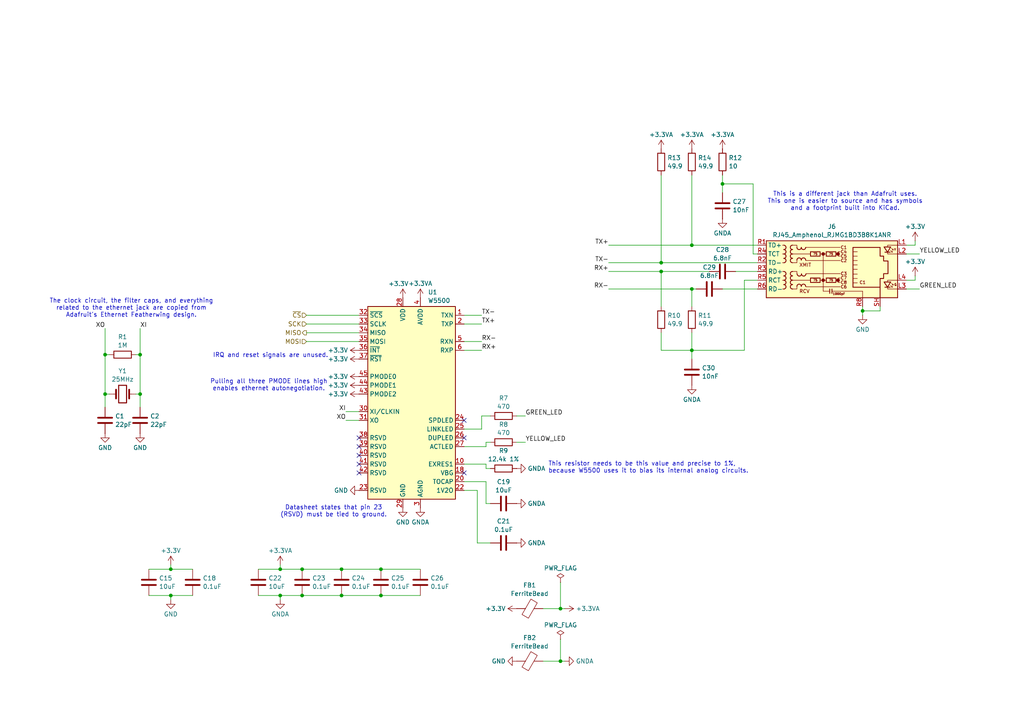
<source format=kicad_sch>
(kicad_sch (version 20231120) (generator "eeschema") (generator_version "8.0")
  (paper "A4")
  (title_block (title "Kinetoscope Ethernet Module"))
  (lib_symbols
    (symbol "Connector:RJ45_Amphenol_RJMG1BD3B8K1ANR"
      (property "Reference" "J" (at 18.415 10.16 0))
      (property "Value" "RJ45_Amphenol_RJMG1BD3B8K1ANR" (at -19.05 10.16 0))
      (symbol "RJ45_Amphenol_RJMG1BD3B8K1ANR_0_0"
        (circle (center -1.27 -2.54) (radius 0.0001) (stroke (width 0.508)))
        (circle (center -1.27 5.08) (radius 0.0001) (stroke (width 0.508)))
        (polyline (pts (xy -1.27 5.08) (xy -1.27 -5.715)))
        (polyline (pts (xy 0.635 -5.08) (xy 0.635 -6.35)) (stroke (width 0.254)))
        (polyline (pts (xy 1.27 -5.08) (xy 1.27 -6.35)) (stroke (width 0.254)))
        (polyline (pts (xy 3.048 -2.54) (xy 2.54 -2.54)))
        (polyline (pts (xy 3.048 5.08) (xy 2.54 5.08)))
        (polyline (pts (xy 17.399 -3.048) (xy 17.399 -2.54) (xy 20.32 -2.54)))
        (polyline (pts (xy 17.399 7.112) (xy 17.399 7.62) (xy 20.32 7.62)))
        (polyline (pts (xy 20.32 -5.08) (xy 17.399 -5.08) (xy 17.399 -4.572)))
        (polyline (pts (xy 20.32 5.08) (xy 17.399 5.08) (xy 17.399 5.588)))
        (polyline (pts (xy 3.683 -1.905) (xy 3.048 -1.905) (xy 3.048 -3.175) (xy 3.683 -3.175)))
        (polyline (pts (xy 3.683 5.715) (xy 3.048 5.715) (xy 3.048 4.445) (xy 3.683 4.445)))
        (circle (center 3.048 -2.54) (radius 0.0001) (stroke (width 0.508)))
        (circle (center 3.048 5.08) (radius 0.0001) (stroke (width 0.508)))
        (text "C1" (at 4.699 6.985 0) (effects (font (size 0.889 0.889))))
        (text "C1" (at 10.16 -3.175 0) (effects (font (size 0.889 0.889))))
        (text "C2" (at 4.699 3.175 0) (effects (font (size 0.889 0.889))))
        (text "C3" (at 4.699 -0.635 0) (effects (font (size 0.889 0.889))))
        (text "C4" (at 4.699 5.715 0) (effects (font (size 0.889 0.889))))
        (text "C5" (at 4.699 4.445 0) (effects (font (size 0.889 0.889))))
        (text "C6" (at 4.699 -4.445 0) (effects (font (size 0.889 0.889))))
        (text "C7" (at 4.699 -1.905 0) (effects (font (size 0.889 0.889))))
        (text "C8" (at 4.699 -3.175 0) (effects (font (size 0.889 0.889))))
        (text "RCV" (at -8.255 -5.715 0) (effects (font (size 1.016 1.016)) (justify left)))
        (text "XMIT" (at -8.255 1.905 0) (effects (font (size 1.016 1.016)) (justify left)))
      )
      (symbol "RJ45_Amphenol_RJMG1BD3B8K1ANR_0_1"
        (rectangle (start -17.78 8.89) (end 20.32 -7.62) (stroke (width 0.254)) (fill (type background)))
        (polyline (pts (xy -12.7 -5.08) (xy -13.081 -5.08)))
        (polyline (pts (xy -12.7 -2.54) (xy -13.081 -2.54)))
        (polyline (pts (xy -12.7 0) (xy -13.081 0)))
        (polyline (pts (xy -12.7 2.54) (xy -13.081 2.54)))
        (polyline (pts (xy -12.7 5.08) (xy -13.081 5.08)))
        (polyline (pts (xy -12.7 7.62) (xy -13.081 7.62)))
        (polyline (pts (xy -6.35 -4.445) (xy 3.683 -4.445)))
        (polyline (pts (xy -6.35 3.175) (xy 3.683 3.175)))
        (polyline (pts (xy -6.35 6.985) (xy 3.683 6.985)))
        (polyline (pts (xy -6.223 -0.635) (xy 3.683 -0.635)))
        (polyline (pts (xy -5.08 -2.54) (xy -10.16 -2.54)))
        (polyline (pts (xy -4.953 5.08) (xy -10.16 5.08)))
        (polyline (pts (xy -2.159 -2.54) (xy -0.381 -2.54)))
        (polyline (pts (xy -2.159 5.08) (xy -0.381 5.08)))
        (polyline (pts (xy 0.635 -5.715) (xy -1.27 -5.715)))
        (polyline (pts (xy 7.366 -2.032) (xy 8.636 -2.032)))
        (polyline (pts (xy 7.366 -0.762) (xy 8.636 -0.762)))
        (polyline (pts (xy 7.366 0.635) (xy 8.636 0.635)))
        (polyline (pts (xy 7.366 1.905) (xy 8.636 1.905)))
        (polyline (pts (xy 7.366 3.175) (xy 8.636 3.175)))
        (polyline (pts (xy 8.636 -3.302) (xy 7.366 -3.302)))
        (polyline (pts (xy 8.636 4.445) (xy 7.366 4.445)))
        (polyline (pts (xy 8.636 5.715) (xy 7.366 5.715)))
        (polyline (pts (xy 10.16 -5.715) (xy 1.27 -5.715)))
        (polyline (pts (xy 10.16 -5.715) (xy 10.16 -7.62)))
        (polyline (pts (xy -10.16 0) (xy -8.89 0) (xy -8.89 -0.635)))
        (polyline (pts (xy -10.16 7.62) (xy -8.89 7.62) (xy -8.89 6.985)))
        (polyline (pts (xy -8.89 -4.445) (xy -8.89 -5.08) (xy -10.16 -5.08)))
        (polyline (pts (xy -8.89 3.175) (xy -8.89 2.54) (xy -10.16 2.54)))
      )
      (symbol "RJ45_Amphenol_RJMG1BD3B8K1ANR_1_0"
        (text "1000pF" (at 3.302 -6.477 0) (effects (font (size 0.635 0.635))))
      )
      (symbol "RJ45_Amphenol_RJMG1BD3B8K1ANR_1_1"
        (arc (start -12.7 -1.27) (mid -12.0677 -0.635) (end -12.7 0) (stroke (width 0.254)))
        (arc (start -12.6973 -5.08) (mid -12.065 -4.445) (end -12.6973 -3.81) (stroke (width 0.254)))
        (arc (start -12.6973 -3.81) (mid -12.065 -3.175) (end -12.6973 -2.54) (stroke (width 0.254)))
        (arc (start -12.6973 -2.54) (mid -12.065 -1.905) (end -12.6973 -1.27) (stroke (width 0.254)))
        (arc (start -12.6973 6.35) (mid -12.065 6.985) (end -12.6973 7.62) (stroke (width 0.254)))
        (arc (start -12.6946 2.54) (mid -12.0623 3.175) (end -12.6946 3.81) (stroke (width 0.254)))
        (arc (start -12.6946 3.81) (mid -12.0623 4.445) (end -12.6946 5.08) (stroke (width 0.254)))
        (arc (start -12.6946 5.08) (mid -12.0623 5.715) (end -12.6946 6.35) (stroke (width 0.254)))
        (arc (start -10.1654 -2.54) (mid -10.7977 -3.175) (end -10.1654 -3.81) (stroke (width 0.254)))
        (arc (start -10.1654 -1.27) (mid -10.7977 -1.905) (end -10.1654 -2.54) (stroke (width 0.254)))
        (arc (start -10.1654 0) (mid -10.7977 -0.635) (end -10.1654 -1.27) (stroke (width 0.254)))
        (arc (start -10.1654 5.08) (mid -10.7977 4.445) (end -10.1654 3.81) (stroke (width 0.254)))
        (arc (start -10.1654 6.35) (mid -10.7977 5.715) (end -10.1654 5.08) (stroke (width 0.254)))
        (arc (start -10.1654 7.62) (mid -10.7977 6.985) (end -10.1654 6.35) (stroke (width 0.254)))
        (arc (start -10.1627 -3.81) (mid -10.795 -4.445) (end -10.1627 -5.08) (stroke (width 0.254)))
        (arc (start -10.1627 3.81) (mid -10.795 3.175) (end -10.1627 2.54) (stroke (width 0.254)))
        (arc (start -8.89 6.9823) (mid -8.255 6.35) (end -7.62 6.9823) (stroke (width 0.254)))
        (arc (start -8.8265 -0.7012) (mid -8.1915 -1.3335) (end -7.5565 -0.7012) (stroke (width 0.254)))
        (arc (start -7.62 -4.3153) (mid -8.255 -3.683) (end -8.89 -4.3153) (stroke (width 0.254)))
        (arc (start -7.62 3.3047) (mid -8.255 3.937) (end -8.89 3.3047) (stroke (width 0.254)))
        (arc (start -7.62 6.985) (mid -6.985 6.3527) (end -6.35 6.985) (stroke (width 0.254)))
        (arc (start -7.5565 -0.6985) (mid -6.9215 -1.3308) (end -6.2865 -0.6985) (stroke (width 0.254)))
        (arc (start -6.35 -4.3126) (mid -6.985 -3.6803) (end -7.62 -4.3126) (stroke (width 0.254)))
        (arc (start -6.35 3.3074) (mid -6.985 3.9397) (end -7.62 3.3074) (stroke (width 0.254)))
        (rectangle (start -4.953 -1.905) (end -2.159 -3.175) (stroke (width 0.254)))
        (rectangle (start -4.953 5.715) (end -2.159 4.445) (stroke (width 0.254)))
        (rectangle (start -0.381 -1.905) (end 2.413 -3.175) (stroke (width 0.254)))
        (rectangle (start -0.381 5.715) (end 2.413 4.445) (stroke (width 0.254)))
        (polyline (pts (xy 15.24 -7.62) (xy 15.24 -4.572)) (stroke (width 0.254)))
        (polyline (pts (xy 18.161 -4.572) (xy 16.637 -4.572)) (stroke (width 0.254)))
        (polyline (pts (xy 18.161 5.588) (xy 16.637 5.588)) (stroke (width 0.254)))
        (polyline (pts (xy 18.796 -4.572) (xy 18.796 -4.318)))
        (polyline (pts (xy 18.796 5.588) (xy 18.796 5.842)))
        (polyline (pts (xy 19.05 -3.937) (xy 19.05 -3.683)))
        (polyline (pts (xy 19.05 6.223) (xy 19.05 6.477)))
        (polyline (pts (xy 18.288 -4.064) (xy 18.796 -4.572) (xy 18.542 -4.572)))
        (polyline (pts (xy 18.288 6.096) (xy 18.796 5.588) (xy 18.542 5.588)))
        (polyline (pts (xy 18.542 -3.429) (xy 19.05 -3.937) (xy 18.796 -3.937)))
        (polyline (pts (xy 18.542 6.731) (xy 19.05 6.223) (xy 18.796 6.223)))
        (polyline (pts (xy 18.288 -3.048) (xy 16.383 -3.048) (xy 17.399 -4.572) (xy 18.288 -3.048)) (stroke (width 0.254)))
        (polyline (pts (xy 18.288 7.112) (xy 16.383 7.112) (xy 17.399 5.588) (xy 18.288 7.112)) (stroke (width 0.254)))
        (polyline (pts (xy 7.366 -4.572) (xy 7.366 6.985) (xy 15.24 6.985) (xy 15.24 4.445) (xy 16.256 4.445) (xy 16.256 3.048) (xy 17.526 3.048) (xy 17.526 -0.635) (xy 16.256 -0.635) (xy 16.256 -2.032) (xy 15.24 -2.032) (xy 15.24 -4.572) (xy 7.366 -4.572)) (stroke (width 0.254)))
        (text "75" (at -3.556 -2.54 0) (effects (font (size 0.635 0.635))))
        (text "75" (at -3.556 5.08 0) (effects (font (size 0.635 0.635))))
        (text "75" (at 1.016 -2.54 0) (effects (font (size 0.635 0.635))))
        (text "75" (at 1.016 5.08 0) (effects (font (size 0.635 0.635))))
        (text "G" (at 19.685 -3.81 0) (effects (font (size 0.635 0.635))))
        (text "Y" (at 19.558 6.35 0) (effects (font (size 0.635 0.635))))
        (pin passive line (at 22.86 7.62 180) (length 2.54) (name "") (number "L1"))
        (pin passive line (at 22.86 5.08 180) (length 2.54) (name "") (number "L2"))
        (pin passive line (at 22.86 -5.08 180) (length 2.54) (name "") (number "L3"))
        (pin passive line (at 22.86 -2.54 180) (length 2.54) (name "") (number "L4"))
        (pin passive line (at -20.32 7.62 0) (length 2.54) (name "TD+") (number "R1"))
        (pin passive line (at -20.32 2.54 0) (length 2.54) (name "TD-") (number "R2"))
        (pin passive line (at -20.32 0 0) (length 2.54) (name "RD+") (number "R3"))
        (pin passive line (at -20.32 5.08 0) (length 2.54) (name "TCT") (number "R4"))
        (pin passive line (at -20.32 -2.54 0) (length 2.54) (name "RCT") (number "R5"))
        (pin passive line (at -20.32 -5.08 0) (length 2.54) (name "RD-") (number "R6"))
        (pin no_connect line (at 20.32 0 0) (length 0) hide (name "NC") (number "R7"))
        (pin power_in line (at 10.16 -10.16 90) (length 2.54) (name "") (number "R8"))
        (pin passive line (at 15.24 -10.16 90) (length 2.54) (name "") (number "SH"))
      )
    )
    (symbol "Device:C" (pin_numbers hide) (pin_names (offset 0.254))
      (property "Reference" "C" (at 0.635 2.54 0))
      (property "Value" "C" (at 0.635 -2.54 0))
      (symbol "C_0_1"
        (polyline (pts (xy -2.032 -0.762) (xy 2.032 -0.762)) (stroke (width 0.508)))
        (polyline (pts (xy -2.032 0.762) (xy 2.032 0.762)) (stroke (width 0.508)))
      )
      (symbol "C_1_1"
        (pin passive line (at 0 3.81 270) (length 2.794) (name "~") (number "1"))
        (pin passive line (at 0 -3.81 90) (length 2.794) (name "~") (number "2"))
      )
    )
    (symbol "Device:Crystal" (pin_numbers hide) (pin_names (offset 1.016) hide)
      (property "Reference" "Y" (at 0 3.81 0))
      (property "Value" "Crystal" (at 0 -3.81 0))
      (symbol "Crystal_0_1"
        (rectangle (start -1.143 2.54) (end 1.143 -2.54) (stroke (width 0.3048)))
        (polyline (pts (xy -2.54 0) (xy -1.905 0)))
        (polyline (pts (xy -1.905 -1.27) (xy -1.905 1.27)) (stroke (width 0.508)))
        (polyline (pts (xy 1.905 -1.27) (xy 1.905 1.27)) (stroke (width 0.508)))
        (polyline (pts (xy 2.54 0) (xy 1.905 0)))
      )
      (symbol "Crystal_1_1"
        (pin passive line (at -3.81 0 0) (length 1.27) (name "1") (number "1"))
        (pin passive line (at 3.81 0 180) (length 1.27) (name "2") (number "2"))
      )
    )
    (symbol "Device:FerriteBead" (pin_numbers hide) (pin_names (offset 0))
      (property "Reference" "FB" (at -3.81 0.635 90))
      (property "Value" "FerriteBead" (at 3.81 0 90))
      (symbol "FerriteBead_0_1"
        (polyline (pts (xy 0 -1.27) (xy 0 -1.2192)))
        (polyline (pts (xy 0 1.27) (xy 0 1.2954)))
        (polyline (pts (xy -2.7686 0.4064) (xy -1.7018 2.2606) (xy 2.7686 -0.3048) (xy 1.6764 -2.159) (xy -2.7686 0.4064)))
      )
      (symbol "FerriteBead_1_1"
        (pin passive line (at 0 3.81 270) (length 2.54) (name "~") (number "1"))
        (pin passive line (at 0 -3.81 90) (length 2.54) (name "~") (number "2"))
      )
    )
    (symbol "Device:R" (pin_numbers hide) (pin_names (offset 0))
      (property "Reference" "R" (at 2.032 0 90))
      (property "Value" "R" (at 0 0 90))
      (symbol "R_0_1"
        (rectangle (start -1.016 -2.54) (end 1.016 2.54) (stroke (width 0.254)))
      )
      (symbol "R_1_1"
        (pin passive line (at 0 3.81 270) (length 1.27) (name "~") (number "1"))
        (pin passive line (at 0 -3.81 90) (length 1.27) (name "~") (number "2"))
      )
    )
    (symbol "Interface_Ethernet:W5500"
      (property "Reference" "U" (at -11.43 29.21 0))
      (property "Value" "W5500" (at 8.89 29.21 0))
      (symbol "W5500_0_1"
        (rectangle (start -12.7 27.94) (end 12.7 -27.94) (stroke (width 0.254)) (fill (type background)))
      )
      (symbol "W5500_1_1"
        (pin output line (at 15.24 25.4 180) (length 2.54) (name "TXN") (number "1"))
        (pin passive line (at 15.24 -17.78 180) (length 2.54) (name "EXRES1") (number "10"))
        (pin passive line (at 2.54 30.48 270) (length 2.54) hide (name "AVDD") (number "11"))
        (pin no_connect line (at 12.7 7.62 180) (length 2.54) hide (name "NC") (number "12"))
        (pin no_connect line (at 12.7 5.08 180) (length 2.54) hide (name "NC") (number "13"))
        (pin passive line (at 2.54 -30.48 90) (length 2.54) hide (name "AGND") (number "14"))
        (pin passive line (at 2.54 30.48 270) (length 2.54) hide (name "AVDD") (number "15"))
        (pin passive line (at 2.54 -30.48 90) (length 2.54) hide (name "AGND") (number "16"))
        (pin passive line (at 2.54 30.48 270) (length 2.54) hide (name "AVDD") (number "17"))
        (pin passive line (at 15.24 -20.32 180) (length 2.54) (name "VBG") (number "18"))
        (pin passive line (at 2.54 -30.48 90) (length 2.54) hide (name "AGND") (number "19"))
        (pin output line (at 15.24 22.86 180) (length 2.54) (name "TXP") (number "2"))
        (pin passive line (at 15.24 -22.86 180) (length 2.54) (name "TOCAP") (number "20"))
        (pin passive line (at 2.54 30.48 270) (length 2.54) hide (name "AVDD") (number "21"))
        (pin output line (at 15.24 -25.4 180) (length 2.54) (name "1V2O") (number "22"))
        (pin input line (at -15.24 -25.4 0) (length 2.54) (name "RSVD") (number "23"))
        (pin output line (at 15.24 -5.08 180) (length 2.54) (name "SPDLED") (number "24"))
        (pin output line (at 15.24 -7.62 180) (length 2.54) (name "LINKLED") (number "25"))
        (pin output line (at 15.24 -10.16 180) (length 2.54) (name "DUPLED") (number "26"))
        (pin output line (at 15.24 -12.7 180) (length 2.54) (name "ACTLED") (number "27"))
        (pin power_in line (at -2.54 30.48 270) (length 2.54) (name "VDD") (number "28"))
        (pin power_in line (at -2.54 -30.48 90) (length 2.54) (name "GND") (number "29"))
        (pin power_in line (at 2.54 -30.48 90) (length 2.54) (name "AGND") (number "3"))
        (pin input line (at -15.24 -2.54 0) (length 2.54) (name "XI/CLKIN") (number "30"))
        (pin output line (at -15.24 -5.08 0) (length 2.54) (name "XO") (number "31"))
        (pin input line (at -15.24 25.4 0) (length 2.54) (name "~{SCS}") (number "32"))
        (pin input line (at -15.24 22.86 0) (length 2.54) (name "SCLK") (number "33"))
        (pin output line (at -15.24 20.32 0) (length 2.54) (name "MISO") (number "34"))
        (pin input line (at -15.24 17.78 0) (length 2.54) (name "MOSI") (number "35"))
        (pin input line (at -15.24 15.24 0) (length 2.54) (name "~{INT}") (number "36"))
        (pin input line (at -15.24 12.7 0) (length 2.54) (name "~{RST}") (number "37"))
        (pin input line (at -15.24 -10.16 0) (length 2.54) (name "RSVD") (number "38"))
        (pin input line (at -15.24 -12.7 0) (length 2.54) (name "RSVD") (number "39"))
        (pin power_in line (at 2.54 30.48 270) (length 2.54) (name "AVDD") (number "4"))
        (pin input line (at -15.24 -15.24 0) (length 2.54) (name "RSVD") (number "40"))
        (pin input line (at -15.24 -17.78 0) (length 2.54) (name "RSVD") (number "41"))
        (pin input line (at -15.24 -20.32 0) (length 2.54) (name "RSVD") (number "42"))
        (pin input line (at -15.24 2.54 0) (length 2.54) (name "PMODE2") (number "43"))
        (pin input line (at -15.24 5.08 0) (length 2.54) (name "PMODE1") (number "44"))
        (pin input line (at -15.24 7.62 0) (length 2.54) (name "PMODE0") (number "45"))
        (pin no_connect line (at 12.7 2.54 180) (length 2.54) hide (name "NC") (number "46"))
        (pin no_connect line (at 12.7 0 180) (length 2.54) hide (name "NC") (number "47"))
        (pin passive line (at 2.54 -30.48 90) (length 2.54) hide (name "AGND") (number "48"))
        (pin input line (at 15.24 17.78 180) (length 2.54) (name "RXN") (number "5"))
        (pin input line (at 15.24 15.24 180) (length 2.54) (name "RXP") (number "6"))
        (pin no_connect line (at 12.7 10.16 180) (length 2.54) hide (name "DNC") (number "7"))
        (pin passive line (at 2.54 30.48 270) (length 2.54) hide (name "AVDD") (number "8"))
        (pin passive line (at 2.54 -30.48 90) (length 2.54) hide (name "AGND") (number "9"))
      )
    )
    (symbol "power:+3.3V" (power) (pin_numbers hide) (pin_names (offset 0) hide)
      (property "Value" "+3.3V" (at 0 3.556 0))
      (symbol "+3.3V_0_1"
        (polyline (pts (xy -0.762 1.27) (xy 0 2.54)))
        (polyline (pts (xy 0 0) (xy 0 2.54)))
        (polyline (pts (xy 0 2.54) (xy 0.762 1.27)))
      )
      (symbol "+3.3V_1_1"
        (pin power_in line (at 0 0 90) (length 0) (name "~") (number "1"))
      )
    )
    (symbol "power:+3.3VA" (power) (pin_numbers hide) (pin_names (offset 0) hide)
      (property "Value" "+3.3VA" (at 0 3.556 0))
      (symbol "+3.3VA_0_1"
        (polyline (pts (xy -0.762 1.27) (xy 0 2.54)))
        (polyline (pts (xy 0 0) (xy 0 2.54)))
        (polyline (pts (xy 0 2.54) (xy 0.762 1.27)))
      )
      (symbol "+3.3VA_1_1"
        (pin power_in line (at 0 0 90) (length 0) (name "~") (number "1"))
      )
    )
    (symbol "power:GND" (power) (pin_numbers hide) (pin_names (offset 0) hide)
      (property "Value" "GND" (at 0 -3.81 0))
      (symbol "GND_0_1"
        (polyline (pts (xy 0 0) (xy 0 -1.27) (xy 1.27 -1.27) (xy 0 -2.54) (xy -1.27 -1.27) (xy 0 -1.27)))
      )
      (symbol "GND_1_1"
        (pin power_in line (at 0 0 270) (length 0) (name "~") (number "1"))
      )
    )
    (symbol "power:GNDA" (power) (pin_numbers hide) (pin_names (offset 0) hide)
      (property "Value" "GNDA" (at 0 -3.81 0))
      (symbol "GNDA_0_1"
        (polyline (pts (xy 0 0) (xy 0 -1.27) (xy 1.27 -1.27) (xy 0 -2.54) (xy -1.27 -1.27) (xy 0 -1.27)))
      )
      (symbol "GNDA_1_1"
        (pin power_in line (at 0 0 270) (length 0) (name "~") (number "1"))
      )
    )
    (symbol "power:PWR_FLAG" (power) (pin_numbers hide) (pin_names (offset 0) hide)
      (property "Value" "PWR_FLAG" (at 0 3.81 0))
      (symbol "PWR_FLAG_0_0"
        (pin power_out line (at 0 0 90) (length 0) (name "~") (number "1"))
      )
      (symbol "PWR_FLAG_0_1"
        (polyline (pts (xy 0 0) (xy 0 1.27) (xy -1.016 1.905) (xy 0 2.54) (xy 1.016 1.905) (xy 0 1.27)))
      )
    )
  )
  (junction (at 162.56 176.53))
  (junction (at 40.64 114.3))
  (junction (at 162.56 191.77))
  (junction (at 110.49 165.1))
  (junction (at 200.66 83.82))
  (junction (at 209.55 53.34))
  (junction (at 81.28 165.1))
  (junction (at 99.06 172.72))
  (junction (at 30.48 114.3))
  (junction (at 250.19 90.17))
  (junction (at 99.06 165.1))
  (junction (at 87.63 172.72))
  (junction (at 110.49 172.72))
  (junction (at 200.66 101.6))
  (junction (at 49.53 165.1))
  (junction (at 200.66 71.12))
  (junction (at 49.53 172.72))
  (junction (at 87.63 165.1))
  (junction (at 191.77 78.74))
  (junction (at 40.64 102.87))
  (junction (at 81.28 172.72))
  (junction (at 191.77 76.2))
  (junction (at 30.48 102.87))
  (no_connect (at 134.62 121.92))
  (no_connect (at 104.14 127))
  (no_connect (at 134.62 137.16))
  (no_connect (at 104.14 137.16))
  (no_connect (at 104.14 129.54))
  (no_connect (at 104.14 132.08))
  (no_connect (at 104.14 134.62))
  (no_connect (at 134.62 127))
  (wire (pts (xy 138.43 157.48) (xy 142.24 157.48)))
  (wire (pts (xy 134.62 124.46) (xy 139.7 124.46)))
  (wire (pts (xy 49.53 163.83) (xy 49.53 165.1)))
  (wire (pts (xy 100.33 121.92) (xy 104.14 121.92)))
  (wire (pts (xy 100.33 119.38) (xy 104.14 119.38)))
  (wire (pts (xy 139.7 120.65) (xy 142.24 120.65)))
  (wire (pts (xy 140.97 139.7) (xy 140.97 146.05)))
  (wire (pts (xy 209.55 53.34) (xy 218.44 53.34)))
  (wire (pts (xy 163.83 191.77) (xy 162.56 191.77)))
  (wire (pts (xy 176.53 76.2) (xy 191.77 76.2)))
  (wire (pts (xy 88.9 93.98) (xy 104.14 93.98)))
  (wire (pts (xy 110.49 165.1) (xy 121.92 165.1)))
  (wire (pts (xy 162.56 176.53) (xy 157.48 176.53)))
  (wire (pts (xy 81.28 163.83) (xy 81.28 165.1)))
  (wire (pts (xy 140.97 129.54) (xy 134.62 129.54)))
  (wire (pts (xy 200.66 50.8) (xy 200.66 71.12)))
  (wire (pts (xy 88.9 96.52) (xy 104.14 96.52)))
  (wire (pts (xy 218.44 73.66) (xy 219.71 73.66)))
  (wire (pts (xy 81.28 172.72) (xy 87.63 172.72)))
  (wire (pts (xy 87.63 165.1) (xy 81.28 165.1)))
  (wire (pts (xy 162.56 191.77) (xy 157.48 191.77)))
  (wire (pts (xy 191.77 78.74) (xy 191.77 88.9)))
  (wire (pts (xy 250.19 90.17) (xy 255.27 90.17)))
  (wire (pts (xy 250.19 88.9) (xy 250.19 90.17)))
  (wire (pts (xy 88.9 99.06) (xy 104.14 99.06)))
  (wire (pts (xy 262.89 71.12) (xy 265.43 71.12)))
  (wire (pts (xy 149.86 128.27) (xy 152.4 128.27)))
  (wire (pts (xy 200.66 101.6) (xy 200.66 104.14)))
  (wire (pts (xy 200.66 101.6) (xy 200.66 96.52)))
  (wire (pts (xy 200.66 83.82) (xy 201.93 83.82)))
  (wire (pts (xy 265.43 71.12) (xy 265.43 69.85)))
  (wire (pts (xy 30.48 114.3) (xy 30.48 118.11)))
  (wire (pts (xy 134.62 99.06) (xy 139.7 99.06)))
  (wire (pts (xy 110.49 172.72) (xy 121.92 172.72)))
  (wire (pts (xy 134.62 134.62) (xy 140.97 134.62)))
  (wire (pts (xy 176.53 83.82) (xy 200.66 83.82)))
  (wire (pts (xy 39.37 102.87) (xy 40.64 102.87)))
  (wire (pts (xy 191.77 76.2) (xy 219.71 76.2)))
  (wire (pts (xy 138.43 142.24) (xy 134.62 142.24)))
  (wire (pts (xy 218.44 53.34) (xy 218.44 73.66)))
  (wire (pts (xy 140.97 128.27) (xy 140.97 129.54)))
  (wire (pts (xy 200.66 71.12) (xy 219.71 71.12)))
  (wire (pts (xy 140.97 128.27) (xy 142.24 128.27)))
  (wire (pts (xy 138.43 157.48) (xy 138.43 142.24)))
  (wire (pts (xy 134.62 101.6) (xy 139.7 101.6)))
  (wire (pts (xy 40.64 102.87) (xy 40.64 114.3)))
  (wire (pts (xy 265.43 81.28) (xy 265.43 80.01)))
  (wire (pts (xy 255.27 88.9) (xy 255.27 90.17)))
  (wire (pts (xy 262.89 83.82) (xy 266.7 83.82)))
  (wire (pts (xy 134.62 93.98) (xy 139.7 93.98)))
  (wire (pts (xy 176.53 78.74) (xy 191.77 78.74)))
  (wire (pts (xy 213.36 78.74) (xy 219.71 78.74)))
  (wire (pts (xy 219.71 81.28) (xy 215.9 81.28)))
  (wire (pts (xy 49.53 165.1) (xy 43.18 165.1)))
  (wire (pts (xy 191.77 50.8) (xy 191.77 76.2)))
  (wire (pts (xy 162.56 168.91) (xy 162.56 176.53)))
  (wire (pts (xy 40.64 114.3) (xy 40.64 118.11)))
  (wire (pts (xy 30.48 95.25) (xy 30.48 102.87)))
  (wire (pts (xy 191.77 78.74) (xy 205.74 78.74)))
  (wire (pts (xy 99.06 165.1) (xy 110.49 165.1)))
  (wire (pts (xy 30.48 102.87) (xy 30.48 114.3)))
  (wire (pts (xy 176.53 71.12) (xy 200.66 71.12)))
  (wire (pts (xy 87.63 165.1) (xy 99.06 165.1)))
  (wire (pts (xy 49.53 172.72) (xy 49.53 173.99)))
  (wire (pts (xy 162.56 185.42) (xy 162.56 191.77)))
  (wire (pts (xy 215.9 81.28) (xy 215.9 101.6)))
  (wire (pts (xy 140.97 135.89) (xy 142.24 135.89)))
  (wire (pts (xy 39.37 114.3) (xy 40.64 114.3)))
  (wire (pts (xy 163.83 176.53) (xy 162.56 176.53)))
  (wire (pts (xy 134.62 139.7) (xy 140.97 139.7)))
  (wire (pts (xy 262.89 73.66) (xy 266.7 73.66)))
  (wire (pts (xy 140.97 134.62) (xy 140.97 135.89)))
  (wire (pts (xy 134.62 91.44) (xy 139.7 91.44)))
  (wire (pts (xy 49.53 172.72) (xy 55.88 172.72)))
  (wire (pts (xy 55.88 165.1) (xy 49.53 165.1)))
  (wire (pts (xy 139.7 124.46) (xy 139.7 120.65)))
  (wire (pts (xy 209.55 53.34) (xy 209.55 55.88)))
  (wire (pts (xy 87.63 172.72) (xy 99.06 172.72)))
  (wire (pts (xy 191.77 101.6) (xy 200.66 101.6)))
  (wire (pts (xy 99.06 172.72) (xy 110.49 172.72)))
  (wire (pts (xy 40.64 95.25) (xy 40.64 102.87)))
  (wire (pts (xy 31.75 114.3) (xy 30.48 114.3)))
  (wire (pts (xy 43.18 172.72) (xy 49.53 172.72)))
  (wire (pts (xy 262.89 81.28) (xy 265.43 81.28)))
  (wire (pts (xy 81.28 165.1) (xy 74.93 165.1)))
  (wire (pts (xy 31.75 102.87) (xy 30.48 102.87)))
  (wire (pts (xy 191.77 96.52) (xy 191.77 101.6)))
  (wire (pts (xy 250.19 90.17) (xy 250.19 91.44)))
  (wire (pts (xy 209.55 50.8) (xy 209.55 53.34)))
  (wire (pts (xy 209.55 83.82) (xy 219.71 83.82)))
  (wire (pts (xy 88.9 91.44) (xy 104.14 91.44)))
  (wire (pts (xy 149.86 120.65) (xy 152.4 120.65)))
  (wire (pts (xy 74.93 172.72) (xy 81.28 172.72)))
  (wire (pts (xy 200.66 83.82) (xy 200.66 88.9)))
  (wire (pts (xy 81.28 172.72) (xy 81.28 173.99)))
  (wire (pts (xy 140.97 146.05) (xy 142.24 146.05)))
  (wire (pts (xy 200.66 101.6) (xy 215.9 101.6)))
  (text "The clock circuit, the filter caps, and everything\nrelated to the ethernet jack are copied from\nAdafruit's Ethernet Featherwing design." (at 38.1 89.408 0) (effects (font (size 1.27 1.27))))
  (text "This is a different jack than Adafruit uses.\nThis one is easier to source and has symbols\nand a footprint built into KiCad." (at 245.11 58.42 0) (effects (font (size 1.27 1.27))))
  (text "Datasheet states that pin 23\n(RSVD) must be tied to ground." (at 96.774 148.336 0) (effects (font (size 1.27 1.27))))
  (text "This resistor needs to be this value and precise to 1%,\nbecause W5500 uses it to bias its internal analog circuits." (at 159.004 135.636 0) (effects (font (size 1.27 1.27)) (justify left)))
  (text "Pulling all three PMODE lines high\nenables ethernet autonegotiation." (at 77.978 111.76 0) (effects (font (size 1.27 1.27))))
  (text "IRQ and reset signals are unused." (at 78.486 103.124 0) (effects (font (size 1.27 1.27))))
  (label "RX-" (at 176.53 83.82 180))
  (label "RX+" (at 139.7 101.6 0))
  (label "XI" (at 100.33 119.38 180))
  (label "GREEN_LED" (at 152.4 120.65 0))
  (label "RX+" (at 176.53 78.74 180))
  (label "XI" (at 40.64 95.25 0))
  (label "YELLOW_LED" (at 266.7 73.66 0))
  (label "YELLOW_LED" (at 152.4 128.27 0))
  (label "TX+" (at 176.53 71.12 180))
  (label "RX-" (at 139.7 99.06 0))
  (label "GREEN_LED" (at 266.7 83.82 0))
  (label "TX+" (at 139.7 93.98 0))
  (label "TX-" (at 176.53 76.2 180))
  (label "XO" (at 30.48 95.25 180))
  (label "XO" (at 100.33 121.92 180))
  (label "TX-" (at 139.7 91.44 0))
  (hierarchical_label "~{CS}" (shape input) (at 88.9 91.44 180))
  (hierarchical_label "MISO" (shape output) (at 88.9 96.52 180))
  (hierarchical_label "MOSI" (shape input) (at 88.9 99.06 180))
  (hierarchical_label "SCK" (shape input) (at 88.9 93.98 180))
  (symbol (lib_id "Device:R") (at 146.05 135.89 90) (unit 1)
    (property "Reference" "R9" (at 146.05 130.7295 90))
    (property "Value" "12.4k 1%" (at 146.05 133.1538 90))
    (property "Footprint" "Resistor_SMD:R_0201_0603Metric_Pad0.64x0.40mm_HandSolder" (effects (hide yes)))
    (property "Description" "Resistor" (effects (hide yes)))
    (property "JLCPCB Part Number" "C320679" (effects (hide yes)))
    (property "Mouser Part Number" "71-CRCW020112K4FNED" (effects (hide yes)))
    (property "Part Number" "RC-01W1242FT" (effects (hide yes)))
  )
  (symbol (lib_id "power:GND") (at 149.86 191.77 270) (unit 1)
    (property "Reference" "#PWR0108" (effects (hide yes)))
    (property "Value" "GND" (at 146.6851 191.77 90) (effects (justify right)))
    (property "Description" "Power symbol creates a global label with name \"GND\" , ground" (effects (hide yes)))
  )
  (symbol (lib_id "Connector:RJ45_Amphenol_RJMG1BD3B8K1ANR") (at 240.03 78.74 0) (unit 1)
    (property "Reference" "J6" (at 241.3 65.7055 0))
    (property "Value" "RJ45_Amphenol_RJMG1BD3B8K1ANR" (at 241.3 68.1298 0))
    (property "Footprint" "Connector_RJ:RJ45_Amphenol_RJMG1BD3B8K1ANR" (effects (hide yes)))
    (property "Datasheet" "https://jlcpcb.com/partdetail/AmphenolIcc-RJMG1BD3B8K1ANR/C5119251" (effects (hide yes)))
    (property "Description" "1 Port RJ45 Magjack Connector Through Hole 10/100 Base-T, AutoMDIX" (effects (hide yes)))
    (property "JLCPCB Part Number" "C5119251" (effects (hide yes)))
    (property "Mouser Part Number" "523-RJMG1BD3B8K1ANR" (effects (hide yes)))
    (property "Part Number" "RJMG1BD3B8K1ANR" (effects (hide yes)))
  )
  (symbol (lib_id "power:+3.3V") (at 49.53 163.83 0) (unit 1)
    (property "Reference" "#PWR098" (effects (hide yes)))
    (property "Value" "+3.3V" (at 49.53 159.6969 0))
    (property "Description" "Power symbol creates a global label with name \"+3.3V\"" (effects (hide yes)))
  )
  (symbol (lib_id "Device:R") (at 200.66 92.71 0) (unit 1)
    (property "Reference" "R11" (at 202.438 91.4978 0) (effects (justify left)))
    (property "Value" "49.9" (at 202.438 93.9221 0) (effects (justify left)))
    (property "Footprint" "Resistor_SMD:R_0603_1608Metric" (effects (hide yes)))
    (property "Description" "Resistor" (effects (hide yes)))
    (property "JLCPCB Part Number" "C23185" (effects (hide yes)))
    (property "Part Number" "0603WAF499JT5E" (effects (hide yes)))
    (property "Mouser Part Number" "303-0603WAF499JT5E" (effects (hide yes)))
  )
  (symbol (lib_id "power:+3.3V") (at 149.86 176.53 90) (unit 1)
    (property "Reference" "#PWR0106" (effects (hide yes)))
    (property "Value" "+3.3V" (at 146.685 176.53 90) (effects (justify left)))
    (property "Description" "Power symbol creates a global label with name \"+3.3V\"" (effects (hide yes)))
  )
  (symbol (lib_id "power:GND") (at 49.53 173.99 0) (unit 1)
    (property "Reference" "#PWR099" (effects (hide yes)))
    (property "Value" "GND" (at 49.53 178.1231 0))
    (property "Description" "Power symbol creates a global label with name \"GND\" , ground" (effects (hide yes)))
  )
  (symbol (lib_id "Device:C") (at 99.06 168.91 0) (unit 1)
    (property "Reference" "C24" (at 101.981 167.6978 0) (effects (justify left)))
    (property "Value" "0.1uF" (at 101.981 170.1221 0) (effects (justify left)))
    (property "Footprint" "Capacitor_SMD:C_0603_1608Metric" (effects (hide yes)))
    (property "Datasheet" "https://www.mouser.com/datasheet/2/447/UPY_GPHC_X7R_6_3V_to_250V_23-3084653.pdf" (effects (hide yes)))
    (property "Description" "Unpolarized capacitor" (effects (hide yes)))
    (property "JLCPCB Part Number" "C14663" (effects (hide yes)))
    (property "Mouser Part Number" "603-CC603KRX7R9BB104" (effects (hide yes)))
    (property "Part Number" "CC0603KRX7R9BB104" (effects (hide yes)))
  )
  (symbol (lib_id "Device:FerriteBead") (at 153.67 176.53 90) (unit 1)
    (property "Reference" "FB1" (at 153.6192 169.7439 90))
    (property "Value" "FerriteBead" (at 153.6192 172.1682 90))
    (property "Footprint" "Inductor_SMD:L_0603_1608Metric" (effects (hide yes)))
    (property "Datasheet" "https://product.tdk.com/system/files/dam/doc/product/emc/emc/beads/catalog/beads_commercial_signal_mmz1608_en.pdf?ref_disty=mouser" (effects (hide yes)))
    (property "Description" "Ferrite bead" (effects (hide yes)))
    (property "JLCPCB Part Number" "C275436" (effects (hide yes)))
    (property "Mouser Part Number" "810-MMZ1608B121CTAH0 " (effects (hide yes)))
    (property "Part Number" "MMZ1608B121CTAH0" (effects (hide yes)))
  )
  (symbol (lib_id "power:GND") (at 40.64 125.73 0) (unit 1)
    (property "Reference" "#PWR088" (effects (hide yes)))
    (property "Value" "GND" (at 40.64 129.8631 0))
    (property "Description" "Power symbol creates a global label with name \"GND\" , ground" (effects (hide yes)))
  )
  (symbol (lib_id "Device:C") (at 55.88 168.91 0) (unit 1)
    (property "Reference" "C18" (at 58.801 167.6978 0) (effects (justify left)))
    (property "Value" "0.1uF" (at 58.801 170.1221 0) (effects (justify left)))
    (property "Footprint" "Capacitor_SMD:C_0603_1608Metric" (effects (hide yes)))
    (property "Datasheet" "https://www.mouser.com/datasheet/2/447/UPY_GPHC_X7R_6_3V_to_250V_23-3084653.pdf" (effects (hide yes)))
    (property "Description" "Unpolarized capacitor" (effects (hide yes)))
    (property "JLCPCB Part Number" "C14663" (effects (hide yes)))
    (property "Mouser Part Number" "603-CC603KRX7R9BB104" (effects (hide yes)))
    (property "Part Number" "CC0603KRX7R9BB104" (effects (hide yes)))
  )
  (symbol (lib_id "power:+3.3VA") (at 191.77 43.18 0) (unit 1)
    (property "Reference" "#PWR0114" (effects (hide yes)))
    (property "Value" "+3.3VA" (at 191.77 39.0469 0))
    (property "Description" "Power symbol creates a global label with name \"+3.3VA\"" (effects (hide yes)))
  )
  (symbol (lib_id "Device:Crystal") (at 35.56 114.3 0) (unit 1)
    (property "Reference" "Y1" (at 35.56 107.5901 0))
    (property "Value" "25MHz" (at 35.56 110.0144 0))
    (property "Footprint" "Crystal:Crystal_SMD_0603-2Pin_6.0x3.5mm" (effects (hide yes)))
    (property "Description" "Two pin crystal" (effects (hide yes)))
    (property "JLCPCB Part Number" "C2449792" (effects (hide yes)))
    (property "Mouser Part Number" "520-250-18-23B-JTMT" (effects (hide yes)))
    (property "Part Number" "ECS-250-18-23B-JTM-TR" (effects (hide yes)))
  )
  (symbol (lib_id "Device:C") (at 87.63 168.91 0) (unit 1)
    (property "Reference" "C23" (at 90.551 167.6978 0) (effects (justify left)))
    (property "Value" "0.1uF" (at 90.551 170.1221 0) (effects (justify left)))
    (property "Footprint" "Capacitor_SMD:C_0603_1608Metric" (effects (hide yes)))
    (property "Datasheet" "https://www.mouser.com/datasheet/2/447/UPY_GPHC_X7R_6_3V_to_250V_23-3084653.pdf" (effects (hide yes)))
    (property "Description" "Unpolarized capacitor" (effects (hide yes)))
    (property "JLCPCB Part Number" "C14663" (effects (hide yes)))
    (property "Mouser Part Number" "603-CC603KRX7R9BB104" (effects (hide yes)))
    (property "Part Number" "CC0603KRX7R9BB104" (effects (hide yes)))
  )
  (symbol (lib_id "Device:C") (at 121.92 168.91 0) (unit 1)
    (property "Reference" "C26" (at 124.841 167.6978 0) (effects (justify left)))
    (property "Value" "0.1uF" (at 124.841 170.1221 0) (effects (justify left)))
    (property "Footprint" "Capacitor_SMD:C_0603_1608Metric" (effects (hide yes)))
    (property "Datasheet" "https://www.mouser.com/datasheet/2/447/UPY_GPHC_X7R_6_3V_to_250V_23-3084653.pdf" (effects (hide yes)))
    (property "Description" "Unpolarized capacitor" (effects (hide yes)))
    (property "JLCPCB Part Number" "C14663" (effects (hide yes)))
    (property "Mouser Part Number" "603-CC603KRX7R9BB104" (effects (hide yes)))
    (property "Part Number" "CC0603KRX7R9BB104" (effects (hide yes)))
  )
  (symbol (lib_id "power:GND") (at 116.84 147.32 0) (unit 1)
    (property "Reference" "#PWR089" (effects (hide yes)))
    (property "Value" "GND" (at 116.84 151.4531 0))
    (property "Description" "Power symbol creates a global label with name \"GND\" , ground" (effects (hide yes)))
  )
  (symbol (lib_id "power:GNDA") (at 200.66 111.76 0) (unit 1)
    (property "Reference" "#PWR0111" (effects (hide yes)))
    (property "Value" "GNDA" (at 200.66 115.8931 0))
    (property "Description" "Power symbol creates a global label with name \"GNDA\" , analog ground" (effects (hide yes)))
  )
  (symbol (lib_id "power:GNDA") (at 149.86 135.89 90) (unit 1)
    (property "Reference" "#PWR0101" (effects (hide yes)))
    (property "Value" "GNDA" (at 153.035 135.89 90) (effects (justify right)))
    (property "Description" "Power symbol creates a global label with name \"GNDA\" , analog ground" (effects (hide yes)))
  )
  (symbol (lib_id "Device:R") (at 35.56 102.87 90) (unit 1)
    (property "Reference" "R1" (at 35.56 97.7095 90))
    (property "Value" "1M" (at 35.56 100.1338 90))
    (property "Footprint" "Resistor_SMD:R_0603_1608Metric" (effects (hide yes)))
    (property "Description" "Resistor" (effects (hide yes)))
    (property "JLCPCB Part Number" "C22935" (effects (hide yes)))
    (property "Part Number" "0603WAF1004T5E" (effects (hide yes)))
    (property "Mouser Part Number" "303-0603WAF1004T5E" (effects (hide yes)))
  )
  (symbol (lib_id "Interface_Ethernet:W5500") (at 119.38 116.84 0) (unit 1)
    (property "Reference" "U1" (at 124.1141 84.7555 0) (effects (justify left)))
    (property "Value" "W5500" (at 124.1141 87.1798 0) (effects (justify left)))
    (property "Footprint" "Package_QFP:LQFP-48_7x7mm_P0.5mm" (effects (hide yes)))
    (property "Datasheet" "http://wizwiki.net/wiki/lib/exe/fetch.php/products:w5500:w5500_ds_v109e.pdf" (effects (hide yes)))
    (property "Description" "10/100Mb SPI Ethernet controller with TCP/IP stack, LQFP-48" (effects (hide yes)))
    (property "JLCPCB Part Number" "C32843" (effects (hide yes)))
    (property "Mouser Part Number" "950-W5500" (effects (hide yes)))
    (property "Part Number" "W5500" (effects (hide yes)))
  )
  (symbol (lib_id "power:GNDA") (at 209.55 63.5 0) (unit 1)
    (property "Reference" "#PWR0112" (effects (hide yes)))
    (property "Value" "GNDA" (at 209.55 67.6331 0))
    (property "Description" "Power symbol creates a global label with name \"GNDA\" , analog ground" (effects (hide yes)))
  )
  (symbol (lib_id "power:+3.3VA") (at 81.28 163.83 0) (unit 1)
    (property "Reference" "#PWR0104" (effects (hide yes)))
    (property "Value" "+3.3VA" (at 81.28 159.6969 0))
    (property "Description" "Power symbol creates a global label with name \"+3.3VA\"" (effects (hide yes)))
  )
  (symbol (lib_id "Device:C") (at 146.05 157.48 90) (unit 1)
    (property "Reference" "C21" (at 146.05 151.1765 90))
    (property "Value" "0.1uF" (at 146.05 153.6008 90))
    (property "Footprint" "Capacitor_SMD:C_0603_1608Metric" (effects (hide yes)))
    (property "Datasheet" "https://www.mouser.com/datasheet/2/447/UPY_GPHC_X7R_6_3V_to_250V_23-3084653.pdf" (effects (hide yes)))
    (property "Description" "Unpolarized capacitor" (effects (hide yes)))
    (property "JLCPCB Part Number" "C14663" (effects (hide yes)))
    (property "Mouser Part Number" "603-CC603KRX7R9BB104" (effects (hide yes)))
    (property "Part Number" "CC0603KRX7R9BB104" (effects (hide yes)))
  )
  (symbol (lib_id "power:+3.3V") (at 265.43 80.01 0) (unit 1)
    (property "Reference" "#PWR0116" (effects (hide yes)))
    (property "Value" "+3.3V" (at 265.43 75.8769 0))
    (property "Description" "Power symbol creates a global label with name \"+3.3V\"" (effects (hide yes)))
  )
  (symbol (lib_id "power:GND") (at 30.48 125.73 0) (unit 1)
    (property "Reference" "#PWR087" (effects (hide yes)))
    (property "Value" "GND" (at 30.48 129.8631 0))
    (property "Description" "Power symbol creates a global label with name \"GND\" , ground" (effects (hide yes)))
  )
  (symbol (lib_id "Device:C") (at 110.49 168.91 0) (unit 1)
    (property "Reference" "C25" (at 113.411 167.6978 0) (effects (justify left)))
    (property "Value" "0.1uF" (at 113.411 170.1221 0) (effects (justify left)))
    (property "Footprint" "Capacitor_SMD:C_0603_1608Metric" (effects (hide yes)))
    (property "Datasheet" "https://www.mouser.com/datasheet/2/447/UPY_GPHC_X7R_6_3V_to_250V_23-3084653.pdf" (effects (hide yes)))
    (property "Description" "Unpolarized capacitor" (effects (hide yes)))
    (property "JLCPCB Part Number" "C14663" (effects (hide yes)))
    (property "Mouser Part Number" "603-CC603KRX7R9BB104" (effects (hide yes)))
    (property "Part Number" "CC0603KRX7R9BB104" (effects (hide yes)))
  )
  (symbol (lib_id "power:+3.3VA") (at 209.55 43.18 0) (unit 1)
    (property "Reference" "#PWR0109" (effects (hide yes)))
    (property "Value" "+3.3VA" (at 209.55 39.0469 0))
    (property "Description" "Power symbol creates a global label with name \"+3.3VA\"" (effects (hide yes)))
  )
  (symbol (lib_id "Device:R") (at 146.05 128.27 90) (unit 1)
    (property "Reference" "R8" (at 146.05 123.1095 90))
    (property "Value" "470" (at 146.05 125.5338 90))
    (property "Footprint" "Resistor_SMD:R_0603_1608Metric" (effects (hide yes)))
    (property "Datasheet" "https://wmsc.lcsc.com/wmsc/upload/file/pdf/v2/lcsc/2206010116_UNI-ROYAL-Uniroyal-Elec-0603WAF4703T5E_C23178.pdf" (effects (hide yes)))
    (property "Description" "Resistor" (effects (hide yes)))
    (property "JLCPCB Part Number" "C23179" (effects (hide yes)))
    (property "Mouser Part Number" "303-0603WAF4700T5E" (effects (hide yes)))
    (property "Part Number" "0603WAF4700T5E" (effects (hide yes)))
  )
  (symbol (lib_id "Device:R") (at 209.55 46.99 0) (unit 1)
    (property "Reference" "R12" (at 211.328 45.7778 0) (effects (justify left)))
    (property "Value" "10" (at 211.328 48.2021 0) (effects (justify left)))
    (property "Footprint" "Resistor_SMD:R_0603_1608Metric" (effects (hide yes)))
    (property "Description" "Resistor" (effects (hide yes)))
    (property "JLCPCB Part Number" "C22859" (effects (hide yes)))
    (property "Part Number" "0603WAF100JT5E" (effects (hide yes)))
    (property "Mouser Part Number" "303-0603WAF100JT5E" (effects (hide yes)))
  )
  (symbol (lib_id "power:+3.3VA") (at 200.66 43.18 0) (unit 1)
    (property "Reference" "#PWR0113" (effects (hide yes)))
    (property "Value" "+3.3VA" (at 200.66 39.0469 0))
    (property "Description" "Power symbol creates a global label with name \"+3.3VA\"" (effects (hide yes)))
  )
  (symbol (lib_id "Device:C") (at 74.93 168.91 0) (unit 1)
    (property "Reference" "C22" (at 77.851 167.6978 0) (effects (justify left)))
    (property "Value" "10uF" (at 77.851 170.1221 0) (effects (justify left)))
    (property "Footprint" "Capacitor_SMD:C_0603_1608Metric" (effects (hide yes)))
    (property "Datasheet" "https://www.mouser.com/datasheet/2/585/MLCC-1837944.pdf" (effects (hide yes)))
    (property "Description" "Unpolarized capacitor" (effects (hide yes)))
    (property "JLCPCB Part Number" "C19702" (effects (hide yes)))
    (property "Mouser Part Number" "187-CL10A106KP8NNNC" (effects (hide yes)))
    (property "Part Number" "CL10A106KP8NNNC" (effects (hide yes)))
  )
  (symbol (lib_id "Device:C") (at 209.55 59.69 0) (unit 1)
    (property "Reference" "C27" (at 212.471 58.4778 0) (effects (justify left)))
    (property "Value" "10nF" (at 212.471 60.9021 0) (effects (justify left)))
    (property "Footprint" "Capacitor_SMD:C_0603_1608Metric" (effects (hide yes)))
    (property "Datasheet" "https://wmsc.lcsc.com/wmsc/upload/file/pdf/v2/lcsc/2304140030_FH--Guangdong-Fenghua-Advanced-Tech-0603B103K500NT_C57112.pdf" (effects (hide yes)))
    (property "Description" "Unpolarized capacitor" (effects (hide yes)))
    (property "JLCPCB Part Number" "C57112" (effects (hide yes)))
    (property "Mouser Part Number" "843-0603B103K500NT" (effects (hide yes)))
    (property "Part Number" "0603B103K500NT" (effects (hide yes)))
  )
  (symbol (lib_id "power:+3.3V") (at 104.14 114.3 90) (unit 1)
    (property "Reference" "#PWR096" (effects (hide yes)))
    (property "Value" "+3.3V" (at 100.965 114.3 90) (effects (justify left)))
    (property "Description" "Power symbol creates a global label with name \"+3.3V\"" (effects (hide yes)))
  )
  (symbol (lib_id "power:+3.3V") (at 116.84 86.36 0) (unit 1)
    (property "Reference" "#PWR091" (effects (hide yes)))
    (property "Value" "+3.3V" (at 115.57 82.296 0))
    (property "Description" "Power symbol creates a global label with name \"+3.3V\"" (effects (hide yes)))
  )
  (symbol (lib_id "power:GND") (at 250.19 91.44 0) (unit 1)
    (property "Reference" "#PWR0110" (effects (hide yes)))
    (property "Value" "GND" (at 250.19 95.5731 0))
    (property "Description" "Power symbol creates a global label with name \"GND\" , ground" (effects (hide yes)))
  )
  (symbol (lib_id "power:PWR_FLAG") (at 162.56 168.91 0) (unit 1)
    (property "Reference" "#FLG05" (effects (hide yes)))
    (property "Value" "PWR_FLAG" (at 162.56 164.7769 0))
    (property "Description" "Special symbol for telling ERC where power comes from" (effects (hide yes)))
  )
  (symbol (lib_id "Device:R") (at 200.66 46.99 0) (unit 1)
    (property "Reference" "R14" (at 202.438 45.7778 0) (effects (justify left)))
    (property "Value" "49.9" (at 202.438 48.2021 0) (effects (justify left)))
    (property "Footprint" "Resistor_SMD:R_0603_1608Metric" (effects (hide yes)))
    (property "Description" "Resistor" (effects (hide yes)))
    (property "JLCPCB Part Number" "C23185" (effects (hide yes)))
    (property "Part Number" "0603WAF499JT5E" (effects (hide yes)))
    (property "Mouser Part Number" "303-0603WAF499JT5E" (effects (hide yes)))
  )
  (symbol (lib_id "power:+3.3V") (at 265.43 69.85 0) (unit 1)
    (property "Reference" "#PWR0115" (effects (hide yes)))
    (property "Value" "+3.3V" (at 265.43 65.7169 0))
    (property "Description" "Power symbol creates a global label with name \"+3.3V\"" (effects (hide yes)))
  )
  (symbol (lib_id "power:GNDA") (at 149.86 146.05 90) (unit 1)
    (property "Reference" "#PWR0102" (effects (hide yes)))
    (property "Value" "GNDA" (at 153.035 146.05 90) (effects (justify right)))
    (property "Description" "Power symbol creates a global label with name \"GNDA\" , analog ground" (effects (hide yes)))
  )
  (symbol (lib_id "Device:FerriteBead") (at 153.67 191.77 90) (unit 1)
    (property "Reference" "FB2" (at 153.6192 184.9839 90))
    (property "Value" "FerriteBead" (at 153.6192 187.4082 90))
    (property "Footprint" "Inductor_SMD:L_0603_1608Metric" (effects (hide yes)))
    (property "Datasheet" "https://product.tdk.com/system/files/dam/doc/product/emc/emc/beads/catalog/beads_commercial_signal_mmz1608_en.pdf?ref_disty=mouser" (effects (hide yes)))
    (property "Description" "Ferrite bead" (effects (hide yes)))
    (property "JLCPCB Part Number" "C275436" (effects (hide yes)))
    (property "Mouser Part Number" "810-MMZ1608B121CTAH0 " (effects (hide yes)))
    (property "Part Number" "MMZ1608B121CTAH0" (effects (hide yes)))
  )
  (symbol (lib_id "Device:C") (at 43.18 168.91 0) (unit 1)
    (property "Reference" "C15" (at 46.101 167.6978 0) (effects (justify left)))
    (property "Value" "10uF" (at 46.101 170.1221 0) (effects (justify left)))
    (property "Footprint" "Capacitor_SMD:C_0603_1608Metric" (effects (hide yes)))
    (property "Datasheet" "https://www.mouser.com/datasheet/2/585/MLCC-1837944.pdf" (effects (hide yes)))
    (property "Description" "Unpolarized capacitor" (effects (hide yes)))
    (property "JLCPCB Part Number" "C19702" (effects (hide yes)))
    (property "Mouser Part Number" "187-CL10A106KP8NNNC" (effects (hide yes)))
    (property "Part Number" "CL10A106KP8NNNC" (effects (hide yes)))
  )
  (symbol (lib_id "Device:C") (at 146.05 146.05 90) (unit 1)
    (property "Reference" "C19" (at 146.05 139.7465 90))
    (property "Value" "10uF" (at 146.05 142.1708 90))
    (property "Footprint" "Capacitor_SMD:C_0603_1608Metric" (effects (hide yes)))
    (property "Datasheet" "https://www.mouser.com/datasheet/2/585/MLCC-1837944.pdf" (effects (hide yes)))
    (property "Description" "Unpolarized capacitor" (effects (hide yes)))
    (property "JLCPCB Part Number" "C19702" (effects (hide yes)))
    (property "Mouser Part Number" "187-CL10A106KP8NNNC" (effects (hide yes)))
    (property "Part Number" "CL10A106KP8NNNC" (effects (hide yes)))
  )
  (symbol (lib_id "power:+3.3V") (at 104.14 104.14 90) (unit 1)
    (property "Reference" "#PWR086" (effects (hide yes)))
    (property "Value" "+3.3V" (at 100.965 104.14 90) (effects (justify left)))
    (property "Description" "Power symbol creates a global label with name \"+3.3V\"" (effects (hide yes)))
  )
  (symbol (lib_id "Device:R") (at 191.77 92.71 0) (unit 1)
    (property "Reference" "R10" (at 193.548 91.4978 0) (effects (justify left)))
    (property "Value" "49.9" (at 193.548 93.9221 0) (effects (justify left)))
    (property "Footprint" "Resistor_SMD:R_0603_1608Metric" (effects (hide yes)))
    (property "Description" "Resistor" (effects (hide yes)))
    (property "JLCPCB Part Number" "C23185" (effects (hide yes)))
    (property "Part Number" "0603WAF499JT5E" (effects (hide yes)))
    (property "Mouser Part Number" "303-0603WAF499JT5E" (effects (hide yes)))
  )
  (symbol (lib_id "power:GNDA") (at 149.86 157.48 90) (unit 1)
    (property "Reference" "#PWR0103" (effects (hide yes)))
    (property "Value" "GNDA" (at 153.035 157.48 90) (effects (justify right)))
    (property "Description" "Power symbol creates a global label with name \"GNDA\" , analog ground" (effects (hide yes)))
  )
  (symbol (lib_id "power:GNDA") (at 121.92 147.32 0) (unit 1)
    (property "Reference" "#PWR090" (effects (hide yes)))
    (property "Value" "GNDA" (at 121.92 151.4531 0))
    (property "Description" "Power symbol creates a global label with name \"GNDA\" , analog ground" (effects (hide yes)))
  )
  (symbol (lib_id "Device:C") (at 30.48 121.92 0) (unit 1)
    (property "Reference" "C1" (at 33.401 120.7078 0) (effects (justify left)))
    (property "Value" "22pF" (at 33.401 123.1321 0) (effects (justify left)))
    (property "Footprint" "Capacitor_SMD:C_0603_1608Metric" (effects (hide yes)))
    (property "Datasheet" "https://www.mouser.com/datasheet/2/585/MLCC-1837944.pdf" (effects (hide yes)))
    (property "Description" "Unpolarized capacitor" (effects (hide yes)))
    (property "JLCPCB Part Number" "C1653" (effects (hide yes)))
    (property "Mouser Part Number" "187-CL10C220JB8NNNC" (effects (hide yes)))
    (property "Part Number" "CL10C220JB8NNNC" (effects (hide yes)))
  )
  (symbol (lib_id "Device:C") (at 205.74 83.82 90) (unit 1)
    (property "Reference" "C29" (at 205.74 77.5165 90))
    (property "Value" "6.8nF" (at 205.74 79.9408 90))
    (property "Footprint" "Capacitor_SMD:C_0603_1608Metric" (effects (hide yes)))
    (property "Datasheet" "https://wmsc.lcsc.com/wmsc/upload/file/pdf/v2/lcsc/2304140030_FH--Guangdong-Fenghua-Advanced-Tech-0603B682K500NT_C1631.pdf" (effects (hide yes)))
    (property "Description" "Unpolarized capacitor" (effects (hide yes)))
    (property "JLCPCB Part Number" "C1631" (effects (hide yes)))
    (property "Mouser Part Number" "791-0603B682K500CT" (effects (hide yes)))
    (property "Part Number" "0603B682K500NT" (effects (hide yes)))
  )
  (symbol (lib_id "power:GND") (at 104.14 142.24 270) (unit 1)
    (property "Reference" "#PWR093" (effects (hide yes)))
    (property "Value" "GND" (at 100.9651 142.24 90) (effects (justify right)))
    (property "Description" "Power symbol creates a global label with name \"GND\" , ground" (effects (hide yes)))
  )
  (symbol (lib_id "power:GNDA") (at 81.28 173.99 0) (unit 1)
    (property "Reference" "#PWR0100" (effects (hide yes)))
    (property "Value" "GNDA" (at 81.28 178.1231 0))
    (property "Description" "Power symbol creates a global label with name \"GNDA\" , analog ground" (effects (hide yes)))
  )
  (symbol (lib_id "power:+3.3VA") (at 121.92 86.36 0) (unit 1)
    (property "Reference" "#PWR092" (effects (hide yes)))
    (property "Value" "+3.3VA" (at 121.92 82.2269 0))
    (property "Description" "Power symbol creates a global label with name \"+3.3VA\"" (effects (hide yes)))
  )
  (symbol (lib_id "Device:R") (at 191.77 46.99 0) (unit 1)
    (property "Reference" "R13" (at 193.548 45.7778 0) (effects (justify left)))
    (property "Value" "49.9" (at 193.548 48.2021 0) (effects (justify left)))
    (property "Footprint" "Resistor_SMD:R_0603_1608Metric" (effects (hide yes)))
    (property "Description" "Resistor" (effects (hide yes)))
    (property "JLCPCB Part Number" "C23185" (effects (hide yes)))
    (property "Part Number" "0603WAF499JT5E" (effects (hide yes)))
    (property "Mouser Part Number" "303-0603WAF499JT5E" (effects (hide yes)))
  )
  (symbol (lib_id "power:GNDA") (at 163.83 191.77 90) (unit 1)
    (property "Reference" "#PWR0107" (effects (hide yes)))
    (property "Value" "GNDA" (at 167.005 191.77 90) (effects (justify right)))
    (property "Description" "Power symbol creates a global label with name \"GNDA\" , analog ground" (effects (hide yes)))
  )
  (symbol (lib_id "power:+3.3V") (at 104.14 101.6 90) (unit 1)
    (property "Reference" "#PWR097" (effects (hide yes)))
    (property "Value" "+3.3V" (at 100.965 101.6 90) (effects (justify left)))
    (property "Description" "Power symbol creates a global label with name \"+3.3V\"" (effects (hide yes)))
  )
  (symbol (lib_id "Device:C") (at 200.66 107.95 0) (unit 1)
    (property "Reference" "C30" (at 203.581 106.7378 0) (effects (justify left)))
    (property "Value" "10nF" (at 203.581 109.1621 0) (effects (justify left)))
    (property "Footprint" "Capacitor_SMD:C_0603_1608Metric" (effects (hide yes)))
    (property "Datasheet" "https://wmsc.lcsc.com/wmsc/upload/file/pdf/v2/lcsc/2304140030_FH--Guangdong-Fenghua-Advanced-Tech-0603B103K500NT_C57112.pdf" (effects (hide yes)))
    (property "Description" "Unpolarized capacitor" (effects (hide yes)))
    (property "JLCPCB Part Number" "C57112" (effects (hide yes)))
    (property "Mouser Part Number" "843-0603B103K500NT" (effects (hide yes)))
    (property "Part Number" "0603B103K500NT" (effects (hide yes)))
  )
  (symbol (lib_id "power:+3.3V") (at 104.14 111.76 90) (unit 1)
    (property "Reference" "#PWR095" (effects (hide yes)))
    (property "Value" "+3.3V" (at 100.965 111.76 90) (effects (justify left)))
    (property "Description" "Power symbol creates a global label with name \"+3.3V\"" (effects (hide yes)))
  )
  (symbol (lib_id "Device:C") (at 40.64 121.92 0) (unit 1)
    (property "Reference" "C2" (at 43.561 120.7078 0) (effects (justify left)))
    (property "Value" "22pF" (at 43.561 123.1321 0) (effects (justify left)))
    (property "Footprint" "Capacitor_SMD:C_0603_1608Metric" (effects (hide yes)))
    (property "Datasheet" "https://www.mouser.com/datasheet/2/585/MLCC-1837944.pdf" (effects (hide yes)))
    (property "Description" "Unpolarized capacitor" (effects (hide yes)))
    (property "JLCPCB Part Number" "C1653" (effects (hide yes)))
    (property "Mouser Part Number" "187-CL10C220JB8NNNC" (effects (hide yes)))
    (property "Part Number" "CL10C220JB8NNNC" (effects (hide yes)))
  )
  (symbol (lib_id "Device:R") (at 146.05 120.65 90) (unit 1)
    (property "Reference" "R7" (at 146.05 115.4895 90))
    (property "Value" "470" (at 146.05 117.9138 90))
    (property "Footprint" "Resistor_SMD:R_0603_1608Metric" (effects (hide yes)))
    (property "Datasheet" "https://wmsc.lcsc.com/wmsc/upload/file/pdf/v2/lcsc/2206010116_UNI-ROYAL-Uniroyal-Elec-0603WAF4703T5E_C23178.pdf" (effects (hide yes)))
    (property "Description" "Resistor" (effects (hide yes)))
    (property "JLCPCB Part Number" "C23179" (effects (hide yes)))
    (property "Mouser Part Number" "303-0603WAF4700T5E" (effects (hide yes)))
    (property "Part Number" "0603WAF4700T5E" (effects (hide yes)))
  )
  (symbol (lib_id "power:+3.3V") (at 104.14 109.22 90) (unit 1)
    (property "Reference" "#PWR094" (effects (hide yes)))
    (property "Value" "+3.3V" (at 100.965 109.22 90) (effects (justify left)))
    (property "Description" "Power symbol creates a global label with name \"+3.3V\"" (effects (hide yes)))
  )
  (symbol (lib_id "power:+3.3VA") (at 163.83 176.53 270) (unit 1)
    (property "Reference" "#PWR0105" (effects (hide yes)))
    (property "Value" "+3.3VA" (at 167.005 176.53 90) (effects (justify left)))
    (property "Description" "Power symbol creates a global label with name \"+3.3VA\"" (effects (hide yes)))
  )
  (symbol (lib_id "power:PWR_FLAG") (at 162.56 185.42 0) (unit 1)
    (property "Reference" "#FLG04" (effects (hide yes)))
    (property "Value" "PWR_FLAG" (at 162.56 181.2869 0))
    (property "Description" "Special symbol for telling ERC where power comes from" (effects (hide yes)))
  )
  (symbol (lib_id "Device:C") (at 209.55 78.74 90) (unit 1)
    (property "Reference" "C28" (at 209.55 72.4365 90))
    (property "Value" "6.8nF" (at 209.55 74.8608 90))
    (property "Footprint" "Capacitor_SMD:C_0603_1608Metric" (effects (hide yes)))
    (property "Datasheet" "https://wmsc.lcsc.com/wmsc/upload/file/pdf/v2/lcsc/2304140030_FH--Guangdong-Fenghua-Advanced-Tech-0603B682K500NT_C1631.pdf" (effects (hide yes)))
    (property "Description" "Unpolarized capacitor" (effects (hide yes)))
    (property "JLCPCB Part Number" "C1631" (effects (hide yes)))
    (property "Mouser Part Number" "791-0603B682K500CT" (effects (hide yes)))
    (property "Part Number" "0603B682K500NT" (effects (hide yes)))
  )
)
</source>
